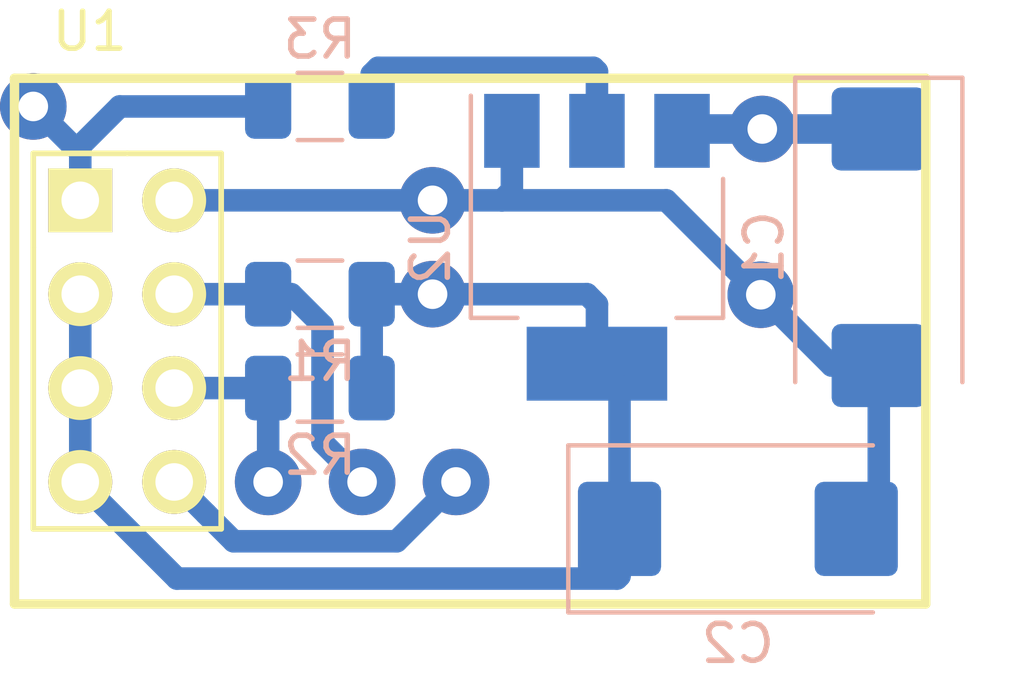
<source format=kicad_pcb>
(kicad_pcb (version 20171130) (host pcbnew 5.1.5-52549c5~84~ubuntu18.04.1)

  (general
    (thickness 1.6)
    (drawings 0)
    (tracks 55)
    (zones 0)
    (modules 7)
    (nets 9)
  )

  (page A4)
  (layers
    (0 F.Cu signal)
    (31 B.Cu signal)
    (32 B.Adhes user)
    (33 F.Adhes user)
    (34 B.Paste user)
    (35 F.Paste user)
    (36 B.SilkS user)
    (37 F.SilkS user)
    (38 B.Mask user)
    (39 F.Mask user)
    (40 Dwgs.User user)
    (41 Cmts.User user)
    (42 Eco1.User user)
    (43 Eco2.User user)
    (44 Edge.Cuts user)
    (45 Margin user)
    (46 B.CrtYd user)
    (47 F.CrtYd user)
    (48 B.Fab user)
    (49 F.Fab user)
  )

  (setup
    (last_trace_width 0.6096)
    (user_trace_width 0.6096)
    (trace_clearance 0.4)
    (zone_clearance 0.508)
    (zone_45_only no)
    (trace_min 0.2)
    (via_size 1.8)
    (via_drill 0.8)
    (via_min_size 0.4)
    (via_min_drill 0.3)
    (user_via 1 0.4)
    (uvia_size 0.3)
    (uvia_drill 0.1)
    (uvias_allowed no)
    (uvia_min_size 0.2)
    (uvia_min_drill 0.1)
    (edge_width 0.1)
    (segment_width 0.2)
    (pcb_text_width 0.3)
    (pcb_text_size 1.5 1.5)
    (mod_edge_width 0.15)
    (mod_text_size 1 1)
    (mod_text_width 0.15)
    (pad_size 1.524 1.524)
    (pad_drill 0.762)
    (pad_to_mask_clearance 0)
    (aux_axis_origin 0 0)
    (visible_elements FFFFFF7F)
    (pcbplotparams
      (layerselection 0x010fc_ffffffff)
      (usegerberextensions false)
      (usegerberattributes false)
      (usegerberadvancedattributes false)
      (creategerberjobfile false)
      (excludeedgelayer true)
      (linewidth 0.100000)
      (plotframeref false)
      (viasonmask false)
      (mode 1)
      (useauxorigin false)
      (hpglpennumber 1)
      (hpglpenspeed 20)
      (hpglpendiameter 15.000000)
      (psnegative false)
      (psa4output false)
      (plotreference true)
      (plotvalue true)
      (plotinvisibletext false)
      (padsonsilk false)
      (subtractmaskfromsilk false)
      (outputformat 1)
      (mirror false)
      (drillshape 1)
      (scaleselection 1)
      (outputdirectory ""))
  )

  (net 0 "")
  (net 1 +3V3)
  (net 2 GNDREF)
  (net 3 "Net-(R2-Pad1)")
  (net 4 +5V)
  (net 5 LEDS2)
  (net 6 LEDS3)
  (net 7 LEDS1)
  (net 8 IR)

  (net_class Default "This is the default net class."
    (clearance 0.4)
    (trace_width 0.6096)
    (via_dia 1.8)
    (via_drill 0.8)
    (uvia_dia 0.3)
    (uvia_drill 0.1)
    (add_net +3V3)
    (add_net GNDREF)
    (add_net IR)
    (add_net LEDS1)
    (add_net LEDS2)
    (add_net LEDS3)
    (add_net "Net-(D1-Pad2)")
    (add_net "Net-(D2-Pad2)")
    (add_net "Net-(D3-Pad2)")
    (add_net "Net-(R2-Pad1)")
  )

  (net_class Power ""
    (clearance 0.5)
    (trace_width 0.8)
    (via_dia 1.8)
    (via_drill 0.8)
    (uvia_dia 0.3)
    (uvia_drill 0.1)
    (add_net +5V)
  )

  (module Package_TO_SOT_SMD:SOT-223-3_TabPin2 (layer B.Cu) (tedit 5A02FF57) (tstamp 5E4581C5)
    (at 111.76 88.9 270)
    (descr "module CMS SOT223 4 pins")
    (tags "CMS SOT")
    (path /5E466CBD)
    (attr smd)
    (fp_text reference U2 (at 0 4.5 90) (layer B.SilkS)
      (effects (font (size 1 1) (thickness 0.15)) (justify mirror))
    )
    (fp_text value AMS1117-3.3 (at 0 -4.5 90) (layer B.Fab)
      (effects (font (size 1 1) (thickness 0.15)) (justify mirror))
    )
    (fp_text user %R (at 0 0 180) (layer B.Fab)
      (effects (font (size 0.8 0.8) (thickness 0.12)) (justify mirror))
    )
    (fp_line (start 1.91 -3.41) (end 1.91 -2.15) (layer B.SilkS) (width 0.12))
    (fp_line (start 1.91 3.41) (end 1.91 2.15) (layer B.SilkS) (width 0.12))
    (fp_line (start 4.4 3.6) (end -4.4 3.6) (layer B.CrtYd) (width 0.05))
    (fp_line (start 4.4 -3.6) (end 4.4 3.6) (layer B.CrtYd) (width 0.05))
    (fp_line (start -4.4 -3.6) (end 4.4 -3.6) (layer B.CrtYd) (width 0.05))
    (fp_line (start -4.4 3.6) (end -4.4 -3.6) (layer B.CrtYd) (width 0.05))
    (fp_line (start -1.85 2.35) (end -0.85 3.35) (layer B.Fab) (width 0.1))
    (fp_line (start -1.85 2.35) (end -1.85 -3.35) (layer B.Fab) (width 0.1))
    (fp_line (start -1.85 -3.41) (end 1.91 -3.41) (layer B.SilkS) (width 0.12))
    (fp_line (start -0.85 3.35) (end 1.85 3.35) (layer B.Fab) (width 0.1))
    (fp_line (start -4.1 3.41) (end 1.91 3.41) (layer B.SilkS) (width 0.12))
    (fp_line (start -1.85 -3.35) (end 1.85 -3.35) (layer B.Fab) (width 0.1))
    (fp_line (start 1.85 3.35) (end 1.85 -3.35) (layer B.Fab) (width 0.1))
    (pad 2 smd rect (at 3.15 0 270) (size 2 3.8) (layers B.Cu B.Paste B.Mask)
      (net 1 +3V3))
    (pad 2 smd rect (at -3.15 0 270) (size 2 1.5) (layers B.Cu B.Paste B.Mask)
      (net 1 +3V3))
    (pad 3 smd rect (at -3.15 -2.3 270) (size 2 1.5) (layers B.Cu B.Paste B.Mask)
      (net 4 +5V))
    (pad 1 smd rect (at -3.15 2.3 270) (size 2 1.5) (layers B.Cu B.Paste B.Mask)
      (net 2 GNDREF))
    (model ${KISYS3DMOD}/Package_TO_SOT_SMD.3dshapes/SOT-223.wrl
      (at (xyz 0 0 0))
      (scale (xyz 1 1 1))
      (rotate (xyz 0 0 0))
    )
  )

  (module ESP8266:ESP-01 (layer F.Cu) (tedit 577EF889) (tstamp 5E45B8C5)
    (at 97.79 87.63)
    (descr "Module, ESP-8266, ESP-01, 8 pin")
    (tags "Module ESP-8266 ESP8266")
    (path /5E4556D7)
    (fp_text reference U1 (at 0.254 -4.572) (layer F.SilkS)
      (effects (font (size 1 1) (thickness 0.15)))
    )
    (fp_text value ESP-01v090 (at 3.81 10.16) (layer F.Fab)
      (effects (font (size 1 1) (thickness 0.15)))
    )
    (fp_line (start -1.778 -3.302) (end 22.86 -3.302) (layer F.SilkS) (width 0.254))
    (fp_line (start 22.86 -3.302) (end 22.86 10.922) (layer F.SilkS) (width 0.254))
    (fp_line (start 22.86 10.922) (end -1.778 10.922) (layer F.SilkS) (width 0.254))
    (fp_line (start -1.778 10.922) (end -1.778 -3.302) (layer F.SilkS) (width 0.254))
    (fp_line (start -1.778 -3.302) (end 22.86 -3.302) (layer F.Fab) (width 0.05))
    (fp_line (start 22.86 -3.302) (end 22.86 10.922) (layer F.Fab) (width 0.05))
    (fp_line (start 22.86 10.922) (end -1.778 10.922) (layer F.Fab) (width 0.05))
    (fp_line (start -1.778 10.922) (end -1.778 -3.302) (layer F.Fab) (width 0.05))
    (fp_line (start 1.27 -1.27) (end -1.27 -1.27) (layer F.SilkS) (width 0.1524))
    (fp_line (start -1.27 -1.27) (end -1.27 1.27) (layer F.SilkS) (width 0.1524))
    (fp_line (start -1.75 -1.75) (end -1.75 9.4) (layer F.CrtYd) (width 0.05))
    (fp_line (start 4.3 -1.75) (end 4.3 9.4) (layer F.CrtYd) (width 0.05))
    (fp_line (start -1.75 -1.75) (end 4.3 -1.75) (layer F.CrtYd) (width 0.05))
    (fp_line (start -1.75 9.4) (end 4.3 9.4) (layer F.CrtYd) (width 0.05))
    (fp_line (start -1.27 1.27) (end -1.27 8.89) (layer F.SilkS) (width 0.1524))
    (fp_line (start -1.27 8.89) (end 3.81 8.89) (layer F.SilkS) (width 0.1524))
    (fp_line (start 3.81 8.89) (end 3.81 -1.27) (layer F.SilkS) (width 0.1524))
    (fp_line (start 3.81 -1.27) (end 1.27 -1.27) (layer F.SilkS) (width 0.1524))
    (pad 1 thru_hole rect (at 0 0) (size 1.7272 1.7272) (drill 1.016) (layers *.Cu *.Mask F.SilkS)
      (net 7 LEDS1))
    (pad 2 thru_hole oval (at 2.54 0) (size 1.7272 1.7272) (drill 1.016) (layers *.Cu *.Mask F.SilkS)
      (net 2 GNDREF))
    (pad 3 thru_hole oval (at 0 2.54) (size 1.7272 1.7272) (drill 1.016) (layers *.Cu *.Mask F.SilkS)
      (net 1 +3V3))
    (pad 4 thru_hole oval (at 2.54 2.54) (size 1.7272 1.7272) (drill 1.016) (layers *.Cu *.Mask F.SilkS)
      (net 5 LEDS2))
    (pad 5 thru_hole oval (at 0 5.08) (size 1.7272 1.7272) (drill 1.016) (layers *.Cu *.Mask F.SilkS)
      (net 1 +3V3))
    (pad 6 thru_hole oval (at 2.54 5.08) (size 1.7272 1.7272) (drill 1.016) (layers *.Cu *.Mask F.SilkS)
      (net 6 LEDS3))
    (pad 7 thru_hole oval (at 0 7.62) (size 1.7272 1.7272) (drill 1.016) (layers *.Cu *.Mask F.SilkS)
      (net 1 +3V3))
    (pad 8 thru_hole oval (at 2.54 7.62) (size 1.7272 1.7272) (drill 1.016) (layers *.Cu *.Mask F.SilkS)
      (net 8 IR))
  )

  (module Resistors_SMD:R_1206_3216Metric (layer B.Cu) (tedit 5B301BBD) (tstamp 5E459536)
    (at 104.27 85.09 180)
    (descr "Resistor SMD 1206 (3216 Metric), square (rectangular) end terminal, IPC_7351 nominal, (Body size source: http://www.tortai-tech.com/upload/download/2011102023233369053.pdf), generated with kicad-footprint-generator")
    (tags resistor)
    (path /5E486DC0)
    (attr smd)
    (fp_text reference R3 (at 0 1.82 180) (layer B.SilkS)
      (effects (font (size 1 1) (thickness 0.15)) (justify mirror))
    )
    (fp_text value 3K3 (at 0 -1.82 180) (layer B.Fab)
      (effects (font (size 1 1) (thickness 0.15)) (justify mirror))
    )
    (fp_line (start -1.6 -0.8) (end -1.6 0.8) (layer B.Fab) (width 0.1))
    (fp_line (start -1.6 0.8) (end 1.6 0.8) (layer B.Fab) (width 0.1))
    (fp_line (start 1.6 0.8) (end 1.6 -0.8) (layer B.Fab) (width 0.1))
    (fp_line (start 1.6 -0.8) (end -1.6 -0.8) (layer B.Fab) (width 0.1))
    (fp_line (start -0.602064 0.91) (end 0.602064 0.91) (layer B.SilkS) (width 0.12))
    (fp_line (start -0.602064 -0.91) (end 0.602064 -0.91) (layer B.SilkS) (width 0.12))
    (fp_line (start -2.28 -1.12) (end -2.28 1.12) (layer B.CrtYd) (width 0.05))
    (fp_line (start -2.28 1.12) (end 2.28 1.12) (layer B.CrtYd) (width 0.05))
    (fp_line (start 2.28 1.12) (end 2.28 -1.12) (layer B.CrtYd) (width 0.05))
    (fp_line (start 2.28 -1.12) (end -2.28 -1.12) (layer B.CrtYd) (width 0.05))
    (fp_text user %R (at 0 0 180) (layer B.Fab)
      (effects (font (size 0.8 0.8) (thickness 0.12)) (justify mirror))
    )
    (pad 1 smd roundrect (at -1.4 0 180) (size 1.25 1.75) (layers B.Cu B.Paste B.Mask) (roundrect_rratio 0.2)
      (net 1 +3V3))
    (pad 2 smd roundrect (at 1.4 0 180) (size 1.25 1.75) (layers B.Cu B.Paste B.Mask) (roundrect_rratio 0.2)
      (net 7 LEDS1))
    (model ${KISYS3DMOD}/Resistor_SMD.3dshapes/R_1206_3216Metric.wrl
      (at (xyz 0 0 0))
      (scale (xyz 1 1 1))
      (rotate (xyz 0 0 0))
    )
  )

  (module Resistors_SMD:R_1206_3216Metric (layer B.Cu) (tedit 5B301BBD) (tstamp 5E45BC1F)
    (at 104.27 92.71)
    (descr "Resistor SMD 1206 (3216 Metric), square (rectangular) end terminal, IPC_7351 nominal, (Body size source: http://www.tortai-tech.com/upload/download/2011102023233369053.pdf), generated with kicad-footprint-generator")
    (tags resistor)
    (path /5E494BC1)
    (attr smd)
    (fp_text reference R2 (at 0 1.82) (layer B.SilkS)
      (effects (font (size 1 1) (thickness 0.15)) (justify mirror))
    )
    (fp_text value R (at 0 -1.82) (layer B.Fab)
      (effects (font (size 1 1) (thickness 0.15)) (justify mirror))
    )
    (fp_line (start -1.6 -0.8) (end -1.6 0.8) (layer B.Fab) (width 0.1))
    (fp_line (start -1.6 0.8) (end 1.6 0.8) (layer B.Fab) (width 0.1))
    (fp_line (start 1.6 0.8) (end 1.6 -0.8) (layer B.Fab) (width 0.1))
    (fp_line (start 1.6 -0.8) (end -1.6 -0.8) (layer B.Fab) (width 0.1))
    (fp_line (start -0.602064 0.91) (end 0.602064 0.91) (layer B.SilkS) (width 0.12))
    (fp_line (start -0.602064 -0.91) (end 0.602064 -0.91) (layer B.SilkS) (width 0.12))
    (fp_line (start -2.28 -1.12) (end -2.28 1.12) (layer B.CrtYd) (width 0.05))
    (fp_line (start -2.28 1.12) (end 2.28 1.12) (layer B.CrtYd) (width 0.05))
    (fp_line (start 2.28 1.12) (end 2.28 -1.12) (layer B.CrtYd) (width 0.05))
    (fp_line (start 2.28 -1.12) (end -2.28 -1.12) (layer B.CrtYd) (width 0.05))
    (fp_text user %R (at 0 0 -180) (layer B.Fab)
      (effects (font (size 0.8 0.8) (thickness 0.12)) (justify mirror))
    )
    (pad 1 smd roundrect (at -1.4 0) (size 1.25 1.75) (layers B.Cu B.Paste B.Mask) (roundrect_rratio 0.2)
      (net 1 +3V3))
    (pad 2 smd roundrect (at 1.4 0) (size 1.25 1.75) (layers B.Cu B.Paste B.Mask) (roundrect_rratio 0.2)
      (net 6 LEDS3))
    (model ${KISYS3DMOD}/Resistor_SMD.3dshapes/R_1206_3216Metric.wrl
      (at (xyz 0 0 0))
      (scale (xyz 1 1 1))
      (rotate (xyz 0 0 0))
    )
  )

  (module Capacitors_Tantalum_SMD:CP_EIA-7343-31_Kemet-D_Pad2.25x2.55mm_HandSolder (layer B.Cu) (tedit 5B301BBE) (tstamp 5E470CE7)
    (at 119.38 88.9 270)
    (descr "Tantalum Capacitor SMD Kemet-D (7343-31 Metric), IPC_7351 nominal, (Body size from: http://www.kemet.com/Lists/ProductCatalog/Attachments/253/KEM_TC101_STD.pdf), generated with kicad-footprint-generator")
    (tags "capacitor tantalum")
    (path /5E466399)
    (attr smd)
    (fp_text reference C1 (at 0 3.1 270) (layer B.SilkS)
      (effects (font (size 1 1) (thickness 0.15)) (justify mirror))
    )
    (fp_text value 10µ (at 0 -3.1 270) (layer B.Fab)
      (effects (font (size 1 1) (thickness 0.15)) (justify mirror))
    )
    (fp_line (start 3.65 2.15) (end -2.65 2.15) (layer B.Fab) (width 0.1))
    (fp_line (start -2.65 2.15) (end -3.65 1.15) (layer B.Fab) (width 0.1))
    (fp_line (start -3.65 1.15) (end -3.65 -2.15) (layer B.Fab) (width 0.1))
    (fp_line (start -3.65 -2.15) (end 3.65 -2.15) (layer B.Fab) (width 0.1))
    (fp_line (start 3.65 -2.15) (end 3.65 2.15) (layer B.Fab) (width 0.1))
    (fp_line (start 3.65 2.26) (end -4.585 2.26) (layer B.SilkS) (width 0.12))
    (fp_line (start -4.585 2.26) (end -4.585 -2.26) (layer B.SilkS) (width 0.12))
    (fp_line (start -4.585 -2.26) (end 3.65 -2.26) (layer B.SilkS) (width 0.12))
    (fp_line (start -4.58 -2.4) (end -4.58 2.4) (layer B.CrtYd) (width 0.05))
    (fp_line (start -4.58 2.4) (end 4.58 2.4) (layer B.CrtYd) (width 0.05))
    (fp_line (start 4.58 2.4) (end 4.58 -2.4) (layer B.CrtYd) (width 0.05))
    (fp_line (start 4.58 -2.4) (end -4.58 -2.4) (layer B.CrtYd) (width 0.05))
    (fp_text user %R (at 0 0 270) (layer B.Fab)
      (effects (font (size 1 1) (thickness 0.15)) (justify mirror))
    )
    (pad 1 smd roundrect (at -3.2 0 270) (size 2.25 2.55) (layers B.Cu B.Paste B.Mask) (roundrect_rratio 0.111111)
      (net 4 +5V))
    (pad 2 smd roundrect (at 3.2 0 270) (size 2.25 2.55) (layers B.Cu B.Paste B.Mask) (roundrect_rratio 0.111111)
      (net 2 GNDREF))
    (model ${KISYS3DMOD}/Capacitor_Tantalum_SMD.3dshapes/CP_EIA-7343-31_Kemet-D.wrl
      (at (xyz 0 0 0))
      (scale (xyz 1 1 1))
      (rotate (xyz 0 0 0))
    )
  )

  (module Capacitors_Tantalum_SMD:CP_EIA-7343-31_Kemet-D_Pad2.25x2.55mm_HandSolder (layer B.Cu) (tedit 5B301BBE) (tstamp 5E459AB7)
    (at 115.57 96.52)
    (descr "Tantalum Capacitor SMD Kemet-D (7343-31 Metric), IPC_7351 nominal, (Body size from: http://www.kemet.com/Lists/ProductCatalog/Attachments/253/KEM_TC101_STD.pdf), generated with kicad-footprint-generator")
    (tags "capacitor tantalum")
    (path /5E46606F)
    (attr smd)
    (fp_text reference C2 (at 0 3.1) (layer B.SilkS)
      (effects (font (size 1 1) (thickness 0.15)) (justify mirror))
    )
    (fp_text value 10µ (at 0 -3.1) (layer B.Fab)
      (effects (font (size 1 1) (thickness 0.15)) (justify mirror))
    )
    (fp_text user %R (at 0 0) (layer B.Fab)
      (effects (font (size 1 1) (thickness 0.15)) (justify mirror))
    )
    (fp_line (start 4.58 -2.4) (end -4.58 -2.4) (layer B.CrtYd) (width 0.05))
    (fp_line (start 4.58 2.4) (end 4.58 -2.4) (layer B.CrtYd) (width 0.05))
    (fp_line (start -4.58 2.4) (end 4.58 2.4) (layer B.CrtYd) (width 0.05))
    (fp_line (start -4.58 -2.4) (end -4.58 2.4) (layer B.CrtYd) (width 0.05))
    (fp_line (start -4.585 -2.26) (end 3.65 -2.26) (layer B.SilkS) (width 0.12))
    (fp_line (start -4.585 2.26) (end -4.585 -2.26) (layer B.SilkS) (width 0.12))
    (fp_line (start 3.65 2.26) (end -4.585 2.26) (layer B.SilkS) (width 0.12))
    (fp_line (start 3.65 -2.15) (end 3.65 2.15) (layer B.Fab) (width 0.1))
    (fp_line (start -3.65 -2.15) (end 3.65 -2.15) (layer B.Fab) (width 0.1))
    (fp_line (start -3.65 1.15) (end -3.65 -2.15) (layer B.Fab) (width 0.1))
    (fp_line (start -2.65 2.15) (end -3.65 1.15) (layer B.Fab) (width 0.1))
    (fp_line (start 3.65 2.15) (end -2.65 2.15) (layer B.Fab) (width 0.1))
    (pad 2 smd roundrect (at 3.2 0) (size 2.25 2.55) (layers B.Cu B.Paste B.Mask) (roundrect_rratio 0.111111)
      (net 2 GNDREF))
    (pad 1 smd roundrect (at -3.2 0) (size 2.25 2.55) (layers B.Cu B.Paste B.Mask) (roundrect_rratio 0.111111)
      (net 1 +3V3))
    (model ${KISYS3DMOD}/Capacitor_Tantalum_SMD.3dshapes/CP_EIA-7343-31_Kemet-D.wrl
      (at (xyz 0 0 0))
      (scale (xyz 1 1 1))
      (rotate (xyz 0 0 0))
    )
  )

  (module Resistors_SMD:R_1206_3216Metric (layer B.Cu) (tedit 5B301BBD) (tstamp 5E45B95D)
    (at 104.27 90.17)
    (descr "Resistor SMD 1206 (3216 Metric), square (rectangular) end terminal, IPC_7351 nominal, (Body size source: http://www.tortai-tech.com/upload/download/2011102023233369053.pdf), generated with kicad-footprint-generator")
    (tags resistor)
    (path /5E4880A5)
    (attr smd)
    (fp_text reference R1 (at 0 1.82) (layer B.SilkS)
      (effects (font (size 1 1) (thickness 0.15)) (justify mirror))
    )
    (fp_text value R (at 0 -1.82) (layer B.Fab)
      (effects (font (size 1 1) (thickness 0.15)) (justify mirror))
    )
    (fp_line (start -1.6 -0.8) (end -1.6 0.8) (layer B.Fab) (width 0.1))
    (fp_line (start -1.6 0.8) (end 1.6 0.8) (layer B.Fab) (width 0.1))
    (fp_line (start 1.6 0.8) (end 1.6 -0.8) (layer B.Fab) (width 0.1))
    (fp_line (start 1.6 -0.8) (end -1.6 -0.8) (layer B.Fab) (width 0.1))
    (fp_line (start -0.602064 0.91) (end 0.602064 0.91) (layer B.SilkS) (width 0.12))
    (fp_line (start -0.602064 -0.91) (end 0.602064 -0.91) (layer B.SilkS) (width 0.12))
    (fp_line (start -2.28 -1.12) (end -2.28 1.12) (layer B.CrtYd) (width 0.05))
    (fp_line (start -2.28 1.12) (end 2.28 1.12) (layer B.CrtYd) (width 0.05))
    (fp_line (start 2.28 1.12) (end 2.28 -1.12) (layer B.CrtYd) (width 0.05))
    (fp_line (start 2.28 -1.12) (end -2.28 -1.12) (layer B.CrtYd) (width 0.05))
    (fp_text user %R (at 0 0) (layer B.Fab)
      (effects (font (size 0.8 0.8) (thickness 0.12)) (justify mirror))
    )
    (pad 1 smd roundrect (at -1.4 0) (size 1.25 1.75) (layers B.Cu B.Paste B.Mask) (roundrect_rratio 0.2)
      (net 5 LEDS2))
    (pad 2 smd roundrect (at 1.4 0) (size 1.25 1.75) (layers B.Cu B.Paste B.Mask) (roundrect_rratio 0.2)
      (net 1 +3V3))
    (model ${KISYS3DMOD}/Resistor_SMD.3dshapes/R_1206_3216Metric.wrl
      (at (xyz 0 0 0))
      (scale (xyz 1 1 1))
      (rotate (xyz 0 0 0))
    )
  )

  (segment (start 105.839801 84.045199) (end 105.67 84.215) (width 0.6096) (layer B.Cu) (net 1))
  (segment (start 111.664799 84.045199) (end 105.839801 84.045199) (width 0.6096) (layer B.Cu) (net 1))
  (segment (start 111.76 84.1404) (end 111.664799 84.045199) (width 0.6096) (layer B.Cu) (net 1))
  (segment (start 105.67 84.215) (end 105.67 85.09) (width 0.6096) (layer B.Cu) (net 1))
  (segment (start 111.76 85.75) (end 111.76 84.1404) (width 0.6096) (layer B.Cu) (net 1))
  (segment (start 105.67 90.17) (end 105.67 92.71) (width 0.6096) (layer B.Cu) (net 1))
  (segment (start 97.79 90.17) (end 97.79 92.71) (width 0.6096) (layer B.Cu) (net 1))
  (segment (start 97.79 92.71) (end 97.79 95.25) (width 0.6096) (layer B.Cu) (net 1))
  (segment (start 112.37 92.66) (end 111.76 92.05) (width 0.6096) (layer B.Cu) (net 1))
  (segment (start 112.37 96.52) (end 112.37 92.66) (width 0.6096) (layer B.Cu) (net 1))
  (segment (start 111.76 90.4404) (end 111.76 92.05) (width 0.6096) (layer B.Cu) (net 1))
  (segment (start 111.4896 90.17) (end 111.76 90.4404) (width 0.6096) (layer B.Cu) (net 1))
  (segment (start 105.67 90.17) (end 107.315 90.17) (width 0.6096) (layer B.Cu) (net 1))
  (segment (start 112.37 97.795) (end 112.37 96.52) (width 0.6096) (layer B.Cu) (net 1))
  (segment (start 112.30059 97.86441) (end 112.37 97.795) (width 0.6096) (layer B.Cu) (net 1))
  (segment (start 100.40441 97.86441) (end 112.30059 97.86441) (width 0.6096) (layer B.Cu) (net 1))
  (segment (start 97.79 95.25) (end 100.40441 97.86441) (width 0.6096) (layer B.Cu) (net 1))
  (segment (start 107.315 90.17) (end 111.4896 90.17) (width 0.6096) (layer B.Cu) (net 1) (tstamp 5E45F193))
  (via (at 107.315 90.17) (size 1.8) (drill 0.8) (layers F.Cu B.Cu) (net 1))
  (segment (start 109.46 87.3596) (end 109.46 85.75) (width 0.6096) (layer B.Cu) (net 2))
  (segment (start 109.1896 87.63) (end 109.46 87.3596) (width 0.6096) (layer B.Cu) (net 2))
  (segment (start 100.33 87.63) (end 107.315 87.63) (width 0.6096) (layer B.Cu) (net 2))
  (segment (start 113.635 87.63) (end 109.1896 87.63) (width 0.6096) (layer B.Cu) (net 2))
  (segment (start 118.105 92.1) (end 116.19 90.185) (width 0.6096) (layer B.Cu) (net 2))
  (segment (start 119.38 92.1) (end 118.105 92.1) (width 0.6096) (layer B.Cu) (net 2))
  (segment (start 119.38 95.91) (end 118.77 96.52) (width 0.6096) (layer B.Cu) (net 2))
  (segment (start 119.38 92.1) (end 119.38 95.91) (width 0.6096) (layer B.Cu) (net 2))
  (segment (start 116.19 90.185) (end 113.635 87.63) (width 0.6096) (layer B.Cu) (net 2) (tstamp 5E45F191))
  (via (at 116.19 90.185) (size 1.8) (drill 0.8) (layers F.Cu B.Cu) (net 2))
  (segment (start 107.315 87.63) (end 109.1896 87.63) (width 0.6096) (layer B.Cu) (net 2) (tstamp 5E45F195))
  (via (at 107.315 87.63) (size 1.8) (drill 0.8) (layers F.Cu B.Cu) (net 2) (tstamp 5E45F199))
  (via (at 102.87 95.25) (size 1.8) (drill 0.8) (layers F.Cu B.Cu) (net 3))
  (segment (start 100.33 92.71) (end 102.87 92.71) (width 0.6096) (layer B.Cu) (net 3))
  (segment (start 102.87 92.71) (end 102.87 95.25) (width 0.6096) (layer B.Cu) (net 3))
  (segment (start 114.11 85.7) (end 114.06 85.75) (width 0.8) (layer B.Cu) (net 4))
  (segment (start 119.38 85.7) (end 116.23 85.7) (width 0.8) (layer B.Cu) (net 4))
  (segment (start 116.23 85.7) (end 114.11 85.7) (width 0.8) (layer B.Cu) (net 4) (tstamp 5E45F18F))
  (via (at 116.23 85.7) (size 1.8) (drill 0.8) (layers F.Cu B.Cu) (net 4))
  (via (at 105.41 95.25) (size 1.8) (drill 0.8) (layers F.Cu B.Cu) (net 5))
  (segment (start 100.33 90.17) (end 102.87 90.17) (width 0.6096) (layer B.Cu) (net 5))
  (segment (start 103.495 90.17) (end 102.87 90.17) (width 0.6096) (layer B.Cu) (net 5))
  (segment (start 104.34019 91.01519) (end 103.495 90.17) (width 0.6096) (layer B.Cu) (net 5))
  (segment (start 104.34019 94.18019) (end 104.34019 91.01519) (width 0.6096) (layer B.Cu) (net 5))
  (segment (start 105.41 95.25) (end 104.34019 94.18019) (width 0.6096) (layer B.Cu) (net 5))
  (via (at 96.52 85.09) (size 1.8) (drill 0.8) (layers F.Cu B.Cu) (net 7))
  (segment (start 98.8568 85.09) (end 97.79 86.1568) (width 0.6096) (layer B.Cu) (net 7))
  (segment (start 97.79 86.1568) (end 97.79 87.63) (width 0.6096) (layer B.Cu) (net 7))
  (segment (start 102.87 85.09) (end 98.8568 85.09) (width 0.6096) (layer B.Cu) (net 7))
  (segment (start 97.5868 86.1568) (end 97.79 86.1568) (width 0.6096) (layer B.Cu) (net 7))
  (segment (start 96.52 85.09) (end 97.5868 86.1568) (width 0.6096) (layer B.Cu) (net 7))
  (via (at 107.95 95.25) (size 1.8) (drill 0.8) (layers F.Cu B.Cu) (net 8))
  (segment (start 101.193599 96.113599) (end 100.33 95.25) (width 0.6096) (layer B.Cu) (net 8))
  (segment (start 101.934801 96.854801) (end 101.193599 96.113599) (width 0.6096) (layer B.Cu) (net 8))
  (segment (start 106.345199 96.854801) (end 101.934801 96.854801) (width 0.6096) (layer B.Cu) (net 8))
  (segment (start 107.95 95.25) (end 106.345199 96.854801) (width 0.6096) (layer B.Cu) (net 8))

)

</source>
